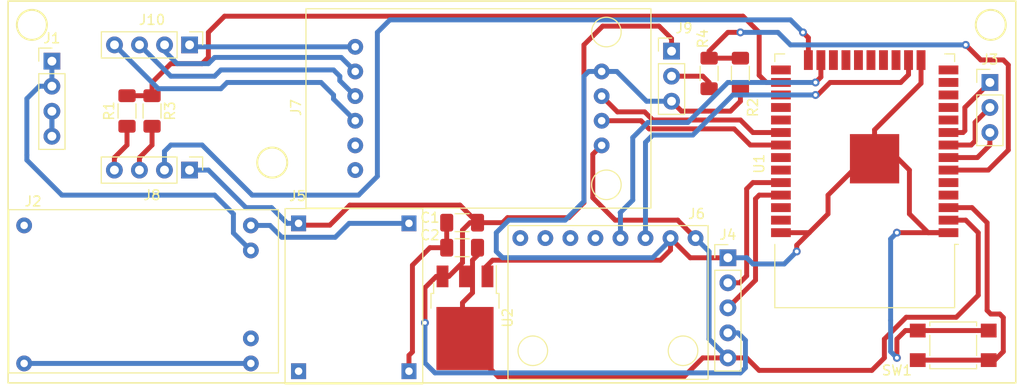
<source format=kicad_pcb>
(kicad_pcb (version 20211014) (generator pcbnew)
  (layers (0 "F.Cu" signal) (31 "B.Cu" signal) (34 "B.Paste" user) (35 "F.Paste" user) (36 "B.SilkS" user "B.Silkscreen") (37 "F.SilkS" user "F.Silkscreen") (38 "B.Mask" user) (39 "F.Mask" user) (44 "Edge.Cuts" user))
  (net 0 "")
  (net 1 "4056OUT-")
  (net 2 "US_ECHO")
  (net 3 "VEL_PULSE")
  (net 4 "Net-(J8-Pad3)")
  (net 5 "Net-(J9-Pad2)")
  (net 6 "3.3Reg")
  (net 9 "Net-(SW1-Pad2)")
  (net 18 "MPU_SCL")
  (net 19 "MPU_SDA")
  (net 21 "US_TRIGGER")
  (net 26 "LC_SCK")
  (net 27 "LC_DT")
  (net 30 "Net-(J3-Pad3)")
  (net 31 "Net-(J4-Pad3)")
  (net 34 "Boost5V")
  (net 35 "LC_E+")
  (net 36 "LC_E-")
  (net 37 "LC_A+")
  (net 38 "LC_A-")
  (net 39 "4056OUT+")
  (net 40 "USB+")
  (net 41 "Battery(+)")
  (net 42 "Net-(J3-Pad1)")
  (net 43 "Net-(J3-Pad2)")
  (net 44 "Net-(J4-Pad2)")
  (net 45 "Battery(-)")
  (footprint "Connector_PinHeader_2.54mm:PinHeader_1x04_P2.54mm_Vertical" (layer "F.Cu") (at 71.12 125.73 -90)
    (fp_text reference "J10" (at -2.54 3.81 180) (layer "F.SilkS"))
    (fp_text value "LOADCELL")
    (fp_line (start -1.33 0) (end -1.33 -1.33) (layer "F.SilkS") (width 0.12))
    (fp_line (start -1.33 1.27) (end 1.33 1.27) (layer "F.SilkS") (width 0.12))
    (fp_line (start -1.33 1.27) (end -1.33 8.95) (layer "F.SilkS") (width 0.12))
    (fp_line (start 1.33 1.27) (end 1.33 8.95) (layer "F.SilkS") (width 0.12))
    (fp_line (start -1.33 -1.33) (end 0 -1.33) (layer "F.SilkS") (width 0.12))
    (fp_line (start -1.33 8.95) (end 1.33 8.95) (layer "F.SilkS") (width 0.12))
    (pad "1" thru_hole rect (at 0 0 270) (size 1.7 1.7) (drill 0.9) (layers *.Cu *.Mask) (net 35 "LC_E+"))
    (pad "2" thru_hole oval (at 0 2.54 270) (size 1.7 1.7) (drill 0.9) (layers *.Cu *.Mask) (net 36 "LC_E-"))
    (pad "3" thru_hole oval (at 0 5.08 270) (size 1.7 1.7) (drill 0.9) (layers *.Cu *.Mask) (net 37 "LC_A+"))
    (pad "4" thru_hole oval (at 0 7.62 270) (size 1.7 1.7) (drill 0.9) (layers *.Cu *.Mask) (net 38 "LC_A-"))
  )
  (footprint "Connector_PinHeader_2.54mm:PinHeader_1x04_P2.54mm_Vertical" (layer "F.Cu") (at 71.11 138.43 -90)
    (fp_text reference "J8" (at 2.54 3.8 180) (layer "F.SilkS"))
    (fp_text value "HC-SR04")
    (fp_line (start -1.33 0) (end -1.33 -1.33) (layer "F.SilkS") (width 0.12))
    (fp_line (start -1.33 -1.33) (end 0 -1.33) (layer "F.SilkS") (width 0.12))
    (fp_line (start 1.33 1.27) (end 1.33 8.95) (layer "F.SilkS") (width 0.12))
    (fp_line (start -1.33 1.27) (end -1.33 8.95) (layer "F.SilkS") (width 0.12))
    (fp_line (start -1.33 1.27) (end 1.33 1.27) (layer "F.SilkS") (width 0.12))
    (fp_line (start -1.33 8.95) (end 1.33 8.95) (layer "F.SilkS") (width 0.12))
    (pad "1" thru_hole rect (at 0 0 270) (size 1.7 1.7) (drill 0.9) (layers *.Cu *.Mask) (net 34 "Boost5V"))
    (pad "2" thru_hole oval (at 0 2.54 270) (size 1.7 1.7) (drill 0.9) (layers *.Cu *.Mask) (net 21 "US_TRIGGER"))
    (pad "3" thru_hole oval (at 0 5.08 270) (size 1.7 1.7) (drill 0.9) (layers *.Cu *.Mask) (net 4 "Net-(J8-Pad3)"))
    (pad "4" thru_hole oval (at 0 7.62 270) (size 1.7 1.7) (drill 0.9) (layers *.Cu *.Mask) (net 1 "4056OUT-"))
  )
  (footprint "Connector_PinHeader_2.54mm:PinHeader_1x05_P2.54mm_Vertical" (layer "F.Cu") (at 125.73 147.325)
    (fp_text reference "J4" (at 0 -2.33) (layer "F.SilkS"))
    (fp_text value "UART2TTL Bridge")
    (fp_line (start 1.33 1.27) (end 1.33 11.49) (layer "F.SilkS") (width 0.12))
    (fp_line (start -1.33 1.27) (end 1.33 1.27) (layer "F.SilkS") (width 0.12))
    (fp_line (start -1.33 -1.33) (end 0 -1.33) (layer "F.SilkS") (width 0.12))
    (fp_line (start -1.33 0) (end -1.33 -1.33) (layer "F.SilkS") (width 0.12))
    (fp_line (start -1.33 11.49) (end 1.33 11.49) (layer "F.SilkS") (width 0.12))
    (fp_line (start -1.33 1.27) (end -1.33 11.49) (layer "F.SilkS") (width 0.12))
    (pad "1" thru_hole rect (at 0 0) (size 1.7 1.7) (drill 0.9) (layers *.Cu *.Mask) (net 1 "4056OUT-"))
    (pad "2" thru_hole oval (at 0 2.54) (size 1.7 1.7) (drill 0.9) (layers *.Cu *.Mask) (net 44 "Net-(J4-Pad2)"))
    (pad "3" thru_hole oval (at 0 5.08) (size 1.7 1.7) (drill 0.9) (layers *.Cu *.Mask) (net 31 "Net-(J4-Pad3)"))
    (pad "4" thru_hole oval (at 0 7.62) (size 1.7 1.7) (drill 0.9) (layers *.Cu *.Mask) (net 34 "Boost5V"))
    (pad "5" thru_hole oval (at 0 10.16) (size 1.7 1.7) (drill 0.9) (layers *.Cu *.Mask) (net 6 "3.3Reg"))
  )
  (footprint "Resistor_SMD:R_1206_3216Metric_Pad1.30x1.75mm_HandSolder" (layer "F.Cu") (at 127 128.625 90)
    (fp_text reference "R2" (at -3.455 1.27 90) (layer "F.SilkS"))
    (fp_text value "1k")
    (fp_line (start -0.727064 0.91) (end 0.727064 0.91) (layer "F.SilkS") (width 0.12))
    (fp_line (start -0.727064 -0.91) (end 0.727064 -0.91) (layer "F.SilkS") (width 0.12))
    (pad "1" smd roundrect (at -1.55 0 90) (size 1.3 1.75) (layers "F.Cu" "F.Paste" "F.Mask") (roundrect_rratio 0.1923076923) (net 1 "4056OUT-"))
    (pad "2" smd roundrect (at 1.55 0 90) (size 1.3 1.75) (layers "F.Cu" "F.Paste" "F.Mask") (roundrect_rratio 0.1923076923) (net 3 "VEL_PULSE"))
  )
  (footprint "Capacitor_SMD:C_1206_3216Metric_Pad1.33x1.80mm_HandSolder" (layer "F.Cu") (at 98.7675 146.304 180)
    (fp_text reference "C2" (at 3.2635 1.27) (layer "F.SilkS"))
    (fp_text value "CP1_Small")
    (fp_line (start -0.711252 0.91) (end 0.711252 0.91) (layer "F.SilkS") (width 0.12))
    (fp_line (start -0.711252 -0.91) (end 0.711252 -0.91) (layer "F.SilkS") (width 0.12))
    (pad "1" smd roundrect (at -1.5625 0 180) (size 1.325 1.8) (layers "F.Cu" "F.Paste" "F.Mask") (roundrect_rratio 0.1886792453) (net 6 "3.3Reg"))
    (pad "2" smd roundrect (at 1.5625 0 180) (size 1.325 1.8) (layers "F.Cu" "F.Paste" "F.Mask") (roundrect_rratio 0.1886792453) (net 1 "4056OUT-"))
  )
  (footprint "Miscelaneos:MPU 6050 Module" (layer "F.Cu") (at 123.72 144.06 -90)
    (fp_text reference "J6" (at -1.185 1.165 unlocked) (layer "F.SilkS"))
    (fp_text value "MPU6050")
    (fp_rect (start 0 0) (end 15.6 20.3) (layer "F.SilkS") (width 0.12) (fill none))
    (fp_circle (center 12.7 17.78) (end 14.2 17.78) (layer "F.SilkS") (width 0.12) (fill none))
    (fp_circle (center 12.7 2.54) (end 14.2 2.54) (layer "F.SilkS") (width 0.12) (fill none))
    (pad "1" thru_hole circle (at 1.27 1.27 270) (size 1.6 1.6) (drill 0.762) (layers *.Cu *.Mask) (net 6 "3.3Reg"))
    (pad "2" thru_hole circle (at 1.27 3.81 270) (size 1.6 1.6) (drill 0.762) (layers *.Cu *.Mask) (net 1 "4056OUT-"))
    (pad "3" thru_hole circle (at 1.27 6.35 270) (size 1.6 1.6) (drill 0.762) (layers *.Cu *.Mask) (net 18 "MPU_SCL"))
    (pad "4" thru_hole circle (at 1.27 8.89 270) (size 1.6 1.6) (drill 0.762) (layers *.Cu *.Mask) (net 19 "MPU_SDA"))
    (pad "5" thru_hole circle (at 1.27 11.43 270) (size 1.6 1.6) (drill 0.762) (layers *.Cu *.Mask))
    (pad "6" thru_hole circle (at 1.27 13.97 270) (size 1.6 1.6) (drill 0.762) (layers *.Cu *.Mask))
    (pad "7" thru_hole circle (at 1.27 16.51 270) (size 1.6 1.6) (drill 0.762) (layers *.Cu *.Mask))
    (pad "8" thru_hole circle (at 1.27 19.05 270) (size 1.6 1.6) (drill 0.762) (layers *.Cu *.Mask))
  )
  (footprint "Resistor_SMD:R_1206_3216Metric_Pad1.30x1.75mm_HandSolder" (layer "F.Cu") (at 123.825 128.625 -90)
    (fp_text reference "R4" (at -3.53 0.635 -90) (layer "F.SilkS"))
    (fp_text value "330")
    (fp_line (start -0.727064 0.91) (end 0.727064 0.91) (layer "F.SilkS") (width 0.12))
    (fp_line (start -0.727064 -0.91) (end 0.727064 -0.91) (layer "F.SilkS") (width 0.12))
    (pad "1" smd roundrect (at -1.55 0 270) (size 1.3 1.75) (layers "F.Cu" "F.Paste" "F.Mask") (roundrect_rratio 0.1923076923) (net 3 "VEL_PULSE"))
    (pad "2" smd roundrect (at 1.55 0 270) (size 1.3 1.75) (layers "F.Cu" "F.Paste" "F.Mask") (roundrect_rratio 0.1923076923) (net 5 "Net-(J9-Pad2)"))
  )
  (footprint "Button_Switch_SMD:SW_SPST_TL3305B" (layer "F.Cu") (at 148.59 156.21)
    (fp_text reference "SW1" (at -5.715 2.54) (layer "F.SilkS"))
    (fp_text value "SW_Enable")
    (fp_line (start 2.37 2.37) (end 2.37 1.97) (layer "F.SilkS") (width 0.12))
    (fp_line (start -2.37 2.37) (end 2.37 2.37) (layer "F.SilkS") (width 0.12))
    (fp_line (start -2.37 -2.37) (end 2.37 -2.37) (layer "F.SilkS") (width 0.12))
    (fp_line (start -2.37 -2.37) (end -2.37 -1.97) (layer "F.SilkS") (width 0.12))
    (fp_line (start -2.37 1.03) (end -2.37 -1.03) (layer "F.SilkS") (width 0.12))
    (fp_line (start 2.37 -2.37) (end 2.37 -1.97) (layer "F.SilkS") (width 0.12))
    (fp_line (start 2.37 1.03) (end 2.37 -1.03) (layer "F.SilkS") (width 0.12))
    (fp_line (start -2.37 2.37) (end -2.37 1.97) (layer "F.SilkS") (width 0.12))
    (pad "1" smd rect (at -3.6 -1.5) (size 1.6 1.4) (layers "F.Cu" "F.Paste" "F.Mask") (net 1 "4056OUT-"))
    (pad "1" smd rect (at 3.6 -1.5) (size 1.6 1.4) (layers "F.Cu" "F.Paste" "F.Mask") (net 1 "4056OUT-"))
    (pad "2" smd rect (at 3.6 1.5) (size 1.6 1.4) (layers "F.Cu" "F.Paste" "F.Mask") (net 9 "Net-(SW1-Pad2)"))
    (pad "2" smd rect (at -3.6 1.5) (size 1.6 1.4) (layers "F.Cu" "F.Paste" "F.Mask") (net 9 "Net-(SW1-Pad2)"))
  )
  (footprint "Connector_PinHeader_2.54mm:PinHeader_1x04_P2.54mm_Vertical" (layer "F.Cu") (at 57.15 127.381)
    (fp_text reference "J1" (at 0 -2.33) (layer "F.SilkS"))
    (fp_text value "Battery Pins")
    (fp_line (start -1.33 1.27) (end 1.33 1.27) (layer "F.SilkS") (width 0.12))
    (fp_line (start -1.33 8.95) (end 1.33 8.95) (layer "F.SilkS") (width 0.12))
    (fp_line (start -1.33 0) (end -1.33 -1.33) (layer "F.SilkS") (width 0.12))
    (fp_line (start -1.33 1.27) (end -1.33 8.95) (layer "F.SilkS") (width 0.12))
    (fp_line (start 1.33 1.27) (end 1.33 8.95) (layer "F.SilkS") (width 0.12))
    (fp_line (start -1.33 -1.33) (end 0 -1.33) (layer "F.SilkS") (width 0.12))
    (pad "1" thru_hole rect (at 0 0) (size 1.7 1.7) (drill 0.9) (layers *.Cu *.Mask) (net 41 "Battery(+)"))
    (pad "2" thru_hole oval (at 0 2.54) (size 1.7 1.7) (drill 0.9) (layers *.Cu *.Mask) (net 41 "Battery(+)"))
    (pad "3" thru_hole oval (at 0 5.08) (size 1.7 1.7) (drill 0.9) (layers *.Cu *.Mask) (net 45 "Battery(-)"))
    (pad "4" thru_hole oval (at 0 7.62) (size 1.7 1.7) (drill 0.9) (layers *.Cu *.Mask) (net 45 "Battery(-)"))
  )
  (footprint "Capacitor_SMD:C_1206_3216Metric_Pad1.33x1.80mm_HandSolder" (layer "F.Cu") (at 98.7675 143.764 180)
    (fp_text reference "C1" (at 3.2635 0.508) (layer "F.SilkS"))
    (fp_text value "CP1_Small")
    (fp_line (start -0.711252 -0.91) (end 0.711252 -0.91) (layer "F.SilkS") (width 0.12))
    (fp_line (start -0.711252 0.91) (end 0.711252 0.91) (layer "F.SilkS") (width 0.12))
    (pad "1" smd roundrect (at -1.5625 0 180) (size 1.325 1.8) (layers "F.Cu" "F.Paste" "F.Mask") (roundrect_rratio 0.1886792453) (net 34 "Boost5V"))
    (pad "2" smd roundrect (at 1.5625 0 180) (size 1.325 1.8) (layers "F.Cu" "F.Paste" "F.Mask") (roundrect_rratio 0.1886792453) (net 1 "4056OUT-"))
  )
  (footprint "RF_Module:ESP32-WROOM-32" (layer "F.Cu") (at 139.610244 136.525 180)
    (fp_text reference "U1" (at 10.705244 -1.27 90) (layer "F.SilkS"))
    (fp_text value "ESP32-WROOM-32")
    (fp_line (start -9.12 9.88) (end -8.12 9.88) (layer "F.SilkS") (width 0.12))
    (fp_line (start -9.12 -9.445) (end -9.5 -9.445) (layer "F.SilkS") (width 0.12))
    (fp_line (start 9.12 9.1) (end 9.12 9.88) (layer "F.SilkS") (width 0.12))
    (fp_line (start 9.12 9.88) (end 8.12 9.88) (layer "F.SilkS") (width 0.12))
    (fp_line (start -9.12 9.1) (end -9.12 9.88) (layer "F.SilkS") (width 0.12))
    (fp_line (start -9.12 -15.865) (end -9.12 -9.445) (layer "F.SilkS") (width 0.12))
    (fp_line (start -9.12 -15.865) (end 9.12 -15.865) (layer "F.SilkS") (width 0.12))
    (fp_line (start 9.12 -15.865) (end 9.12 -9.445) (layer "F.SilkS") (width 0.12))
    (pad "1" smd rect (at -8.5 -8.255 180) (size 2 0.9) (layers "F.Cu" "F.Paste" "F.Mask") (net 1 "4056OUT-"))
    (pad "2" smd rect (at -8.5 -6.985 180) (size 2 0.9) (layers "F.Cu" "F.Paste" "F.Mask") (net 6 "3.3Reg"))
    (pad "3" smd rect (at -8.5 -5.715 180) (size 2 0.9) (layers "F.Cu" "F.Paste" "F.Mask") (net 9 "Net-(SW1-Pad2)"))
    (pad "4" smd rect (at -8.5 -4.445 180) (size 2 0.9) (layers "F.Cu" "F.Paste" "F.Mask"))
    (pad "5" smd rect (at -8.5 -3.175 180) (size 2 0.9) (layers "F.Cu" "F.Paste" "F.Mask"))
    (pad "6" smd rect (at -8.5 -1.905 180) (size 2 0.9) (layers "F.Cu" "F.Paste" "F.Mask") (net 3 "VEL_PULSE"))
    (pad "7" smd rect (at -8.5 -0.635 180) (size 2 0.9) (layers "F.Cu" "F.Paste" "F.Mask") (net 30 "Net-(J3-Pad3)"))
    (pad "8" smd rect (at -8.5 0.635 180) (size 2 0.9) (layers "F.Cu" "F.Paste" "F.Mask") (net 43 "Net-(J3-Pad2)"))
    (pad "9" smd rect (at -8.5 1.905 180) (size 2 0.9) (layers "F.Cu" "F.Paste" "F.Mask") (net 42 "Net-(J3-Pad1)"))
    (pad "10" smd rect (at -8.5 3.175 180) (size 2 0.9) (layers "F.Cu" "F.Paste" "F.Mask"))
    (pad "11" smd rect (at -8.5 4.445 180) (size 2 0.9) (layers "F.Cu" "F.Paste" "F.Mask"))
    (pad "12" smd rect (at -8.5 5.715 180) (size 2 0.9) (layers "F.Cu" "F.Paste" "F.Mask"))
    (pad "13" smd rect (at -8.5 6.985 180) (size 2 0.9) (layers "F.Cu" "F.Paste" "F.Mask"))
    (pad "14" smd rect (at -8.5 8.255 180) (size 2 0.9) (layers "F.Cu" "F.Paste" "F.Mask"))
    (pad "15" smd rect (at -5.715 9.255 270) (size 2 0.9) (layers "F.Cu" "F.Paste" "F.Mask") (net 1 "4056OUT-"))
    (pad "16" smd rect (at -4.445 9.255 270) (size 2 0.9) (layers "F.Cu" "F.Paste" "F.Mask") (net 18 "MPU_SCL"))
    (pad "17" smd rect (at -3.175 9.255 270) (size 2 0.9) (layers "F.Cu" "F.Paste" "F.Mask"))
    (pad "18" smd rect (at -1.905 9.255 270) (size 2 0.9) (layers "F.Cu" "F.Paste" "F.Mask"))
    (pad "19" smd rect (at -0.635 9.255 270) (size 2 0.9) (layers "F.Cu" "F.Paste" "F.Mask"))
    (pad "20" smd rect (at 0.635 9.255 270) (size 2 0.9) (layers "F.Cu" "F.Paste" "F.Mask"))
    (pad "21" smd rect (at 1.905 9.255 270) (size 2 0.9) (layers "F.Cu" "F.Paste" "F.Mask"))
    (pad "22" smd rect (at 3.175 9.255 270) (size 2 0.9) (layers "F.Cu" "F.Paste" "F.Mask"))
    (pad "23" smd rect (at 4.445 9.255 270) (size 2 0.9) (layers "F.Cu" "F.Paste" "F.Mask") (net 19 "MPU_SDA"))
    (pad "24" smd rect (at 5.715 9.255 270) (size 2 0.9) (layers "F.Cu" "F.Paste" "F.Mask") (net 21 "US_TRIGGER"))
    (pad "25" smd rect (at 8.5 8.255 180) (size 2 0.9) (layers "F.Cu" "F.Paste" "F.Mask"))
    (pad "26" smd rect (at 8.5 6.985 180) (size 2 0.9) (layers "F.Cu" "F.Paste" "F.Mask") (net 2 "US_ECHO"))
    (pad "27" smd rect (at 8.5 5.715 180) (size 2 0.9) (layers "F.Cu" "F.Paste" "F.Mask"))
    (pad "28" smd rect (at 8.5 4.445 180) (size 2 0.9) (layers "F.Cu" "F.Paste" "F.Mask"))
    (pad "29" smd rect (at 8.5 3.175 180) (size 2 0.9) (layers "F.Cu" "F.Paste" "F.Mask"))
    (pad "30" smd rect (at 8.5 1.905 180) (size 2 0.9) (layers "F.Cu" "F.Paste" "F.Mask") (net 27 "LC_DT"))
    (pad "31" smd rect (at 8.5 0.635 180) (size 2 0.9) (layers "F.Cu" "F.Paste" "F.Mask") (net 26 "LC_SCK"))
    (pad "32" smd rect (at 8.5 -0.635 180) (size 2 0.9) (layers "F.Cu" "F.Paste" "F.Mask"))
    (pad "33" smd rect (at 8.5 -1.905 180) (size 2 0.9) (layers "F.Cu" "F.Paste" "F.Mask"))
    (pad "34" smd rect (at 8.5 -3.175 180) (size 2 0.9) (layers "F.Cu" "F.Paste" "F.Mask") (net 44 "Net-(J4-Pad2)"))
    (pad "35" smd rect (at 8.5 -4.445 180) (size 2 0.9) (layers "F.Cu" "F.Paste" "F.Mask") (net 31 "Net-(J4-Pad3)"))
    (pad "36" smd rect (at 8.5 -5.715 180) (size 2 0.9) (layers "F.Cu" "F.Paste" "F.Mask"))
    (pad "37" smd rect (at 8.5 -6.985 180) (size 2 0.9) (layers "F.Cu" "F.Paste" "F.Mask"))
    (pad "38" smd rect (at 8.5 -8.255 180) (size 2 0.9) (layers "F.Cu" "F.Paste" "F.Mask") (net 1 "4056OUT-"))
    (pad "39" smd rect (at -1 -0.755 180) (size 5 5) (layers "F.Cu" "F.Paste" "F.Mask") (net 1 "4056OUT-"))
  )
  (footprint "Miscelaneos:HX711 Loadcell ADC" (layer "F.Cu") (at 82.925 121.425)
    (fp_text reference "J7" (at -1.01 10.655 90 unlocked) (layer "F.SilkS"))
    (fp_text value "HX711")
    (fp_rect (start 0 0.635) (end 35 20.865) (layer "F.SilkS") (width 0.12) (fill none))
    (fp_circle (center 30.48 3) (end 31.98 3) (layer "F.SilkS") (width 0.12) (fill none))
    (fp_circle (center 30.48 18.5) (end 31.98 18.5) (layer "F.SilkS") (width 0.12) (fill none))
    (pad "1" thru_hole circle (at 5 4.5) (size 1.6 1.6) (drill oval 0.762) (layers *.Cu *.Mask) (net 35 "LC_E+"))
    (pad "2" thru_hole circle (at 5 7) (size 1.6 1.6) (drill 0.762) (layers *.Cu *.Mask) (net 36 "LC_E-"))
    (pad "3" thru_hole circle (at 5 9.5) (size 1.6 1.6) (drill 0.762) (layers *.Cu *.Mask) (net 37 "LC_A+"))
    (pad "4" thru_hole circle (at 5 12) (size 1.6 1.6) (drill 0.762) (layers *.Cu *.Mask) (net 38 "LC_A-"))
    (pad "5" thru_hole circle (at 30 14.5) (size 1.6 1.6) (drill 0.762) (layers *.Cu *.Mask) (net 6 "3.3Reg"))
    (pad "6" thru_hole circle (at 30 7) (size 1.6 1.6) (drill 0.762) (layers *.Cu *.Mask) (net 1 "4056OUT-"))
    (pad "7" thru_hole circle (at 30 12) (size 1.6 1.6) (drill 0.762) (layers *.Cu *.Mask) (net 26 "LC_SCK"))
    (pad "8" thru_hole circle (at 30 9.5) (size 1.6 1.6) (drill 0.762) (layers *.Cu *.Mask) (net 27 "LC_DT"))
    (pad "x" thru_hole circle (at 5 14.5) (size 1.6 1.6) (drill 0.762) (layers *.Cu *.Mask))
    (pad "x" thru_hole circle (at 5 17) (size 1.6 1.6) (drill 0.762) (layers *.Cu *.Mask))
  )
  (footprint "Miscelaneos:5-12V BoostConverter" (layer "F.Cu") (at 94.774 142.335 -90)
    (fp_text reference "J5" (at -1.27 12.7 unlocked) (layer "F.SilkS"))
    (fp_text value "BoostConverter")
    (fp_rect (start 0 0) (end 17.78 13.97) (layer "F.SilkS") (width 0.12) (fill none))
    (pad "1" thru_hole rect (at 1.4986 1.3984 270) (size 1.6 1.524) (drill 0.762) (layers *.Cu *.Mask) (net 39 "4056OUT+"))
    (pad "2" thru_hole rect (at 16.4986 1.3984 270) (size 1.6 1.524) (drill 0.762) (layers *.Cu *.Mask) (net 1 "4056OUT-"))
    (pad "3" thru_hole rect (at 1.4986 12.5984 270) (size 1.6 1.524) (drill 0.762) (layers *.Cu *.Mask) (net 34 "Boost5V"))
    (pad "4" thru_hole rect (at 16.4986 12.5984 270) (size 1.6 1.524) (drill 0.762) (layers *.Cu *.Mask) (net 1 "4056OUT-"))
  )
  (footprint "Miscelaneos:18650 TP4056 Module" (layer "F.Cu") (at 52.135 137.725)
    (fp_text reference "J2" (at 3.11 3.88 unlocked) (layer "F.SilkS"))
    (fp_text value "TP4056 Module")
    (fp_rect (start 0.635 21.285) (end 28 4.72) (layer "F.SilkS") (width 0.12) (fill none))
    (pad "1" thru_hole circle (at 25.2 8.86) (size 1.6 1.6) (drill 0.762) (layers *.Cu *.Mask) (net 41 "Battery(+)"))
    (pad "2" thru_hole circle (at 25.2 17.78) (size 1.6 1.6) (drill 0.762) (layers *.Cu *.Mask) (net 45 "Battery(-)"))
    (pad "3" thru_hole circle (at 25.2 6.32) (size 1.6 1.6) (drill 0.762) (layers *.Cu *.Mask) (net 39 "4056OUT+"))
    (pad "4" thru_hole circle (at 2.2 6.32) (size 1.6 1.6) (drill 0.762) (layers *.Cu *.Mask) (net 40 "USB+"))
    (pad "5" thru_hole circle (at 25.2 20.32) (size 1.6 1.6) (drill 0.762) (layers *.Cu *.Mask) (net 1 "4056OUT-"))
    (pad "6" thru_hole circle (at 2.2 20.32) (size 1.6 1.6) (drill 0.762) (layers *.Cu *.Mask) (net 1 "4056OUT-"))
  )
  (footprint "Package_TO_SOT_SMD:TO-252-3_TabPin2" (layer "F.Cu") (at 99.059 153.416 -90)
    (fp_text reference "U2" (at 0 -4.319 -90) (layer "F.SilkS"))
    (fp_text value "LM1117-3.3")
    (fp_line (start -2.47 -3.45) (end -2.47 -3.18) (layer "F.SilkS") (width 0.12))
    (fp_line (start -0.97 3.45) (end -2.47 3.45) (layer "F.SilkS") (width 0.12))
    (fp_line (start -0.97 -3.45) (end -2.47 -3.45) (layer "F.SilkS") (width 0.12))
    (fp_line (start -2.47 3.45) (end -2.47 3.18) (layer "F.SilkS") (width 0.12))
    (fp_line (start -2.47 3.18) (end -3.57 3.18) (layer "F.SilkS") (width 0.12))
    (fp_line (start -2.47 -3.18) (end -5.3 -3.18) (layer "F.SilkS") (width 0.12))
    (pad "1" smd rect (at -4.2 -2.28 270) (size 2.2 1.2) (layers "F.Cu" "F.Paste" "F.Mask") (net 1 "4056OUT-"))
    (pad "2" smd rect (at 2.1 0 270) (size 6.4 5.8) (layers "F.Cu" "F.Mask") (net 6 "3.3Reg"))
    (pad "2" smd rect (at -4.2 0 270) (size 2.2 1.2) (layers "F.Cu" "F.Paste" "F.Mask") (net 6 "3.3Reg"))
    (pad "3" smd rect (at -4.2 2.28 270) (size 2.2 1.2) (layers "F.Cu" "F.Paste" "F.Mask") (net 34 "Boost5V"))
  )
  (footprint "Connector_PinHeader_2.54mm:PinHeader_1x03_P2.54mm_Vertical" (layer "F.Cu") (at 152.310244 129.54)
    (fp_text reference "J3" (at 0 -2.33) (layer "F.SilkS"))
    (fp_text value "Reserve IO's")
    (fp_line (start -1.33 0) (end -1.33 -1.33) (layer "F.SilkS") (width 0.12))
    (fp_line (start -1.33 -1.33) (end 0 -1.33) (layer "F.SilkS") (width 0.12))
    (fp_line (start -1.33 1.27) (end 1.33 1.27) (layer "F.SilkS") (width 0.12))
    (fp_line (start 1.33 1.27) (end 1.33 6.41) (layer "F.SilkS") (width 0.12))
    (fp_line (start -1.33 6.41) (end 1.33 6.41) (layer "F.SilkS") (width 0.12))
    (fp_line (start -1.33 1.27) (end -1.33 6.41) (layer "F.SilkS") (width 0.12))
    (pad "1" thru_hole rect (at 0 0) (size 1.7 1.7) (drill 0.9) (layers *.Cu *.Mask) (net 42 "Net-(J3-Pad1)"))
    (pad "2" thru_hole oval (at 0 2.54) (size 1.7 1.7) (drill 0.9) (layers *.Cu *.Mask) (net 43 "Net-(J3-Pad2)"))
    (pad "3" thru_hole oval (at 0 5.08) (size 1.7 1.7) (drill 0.9) (layers *.Cu *.Mask) (net 30 "Net-(J3-Pad3)"))
  )
  (footprint "Resistor_SMD:R_1206_3216Metric_Pad1.30x1.75mm_HandSolder" (layer "F.Cu") (at 64.77 132.435 90)
    (fp_text reference "R1" (at 0 -1.82 90) (layer "F.SilkS"))
    (fp_text value "1k")
    (fp_line (start -0.727064 0.91) (end 0.727064 0.91) (layer "F.SilkS") (width 0.12))
    (fp_line (start -0.727064 -0.91) (end 0.727064 -0.91) (layer "F.SilkS") (width 0.12))
    (pad "1" smd roundrect (at -1.55 0 90) (size 1.3 1.75) (layers "F.Cu" "F.Paste" "F.Mask") (roundrect_rratio 0.1923076923) (net 1 "4056OUT-"))
    (pad "2" smd roundrect (at 1.55 0 90) (size 1.3 1.75) (layers "F.Cu" "F.Paste" "F.Mask") (roundrect_rratio 0.1923076923) (net 2 "US_ECHO"))
  )
  (footprint "Connector_PinHeader_2.54mm:PinHeader_1x03_P2.54mm_Vertical" (layer "F.Cu") (at 120.015 126.365)
    (fp_text reference "J9" (at 1.27 -2.33) (layer "F.SilkS"))
    (fp_text value "FOTOELECTRIC_ENCODER")
    (fp_line (start -1.33 1.27) (end 1.33 1.27) (layer "F.SilkS") (width 0.12))
    (fp_line (start -1.33 0) (end -1.33 -1.33) (layer "F.SilkS") (width 0.12))
    (fp_line (start -1.33 1.27) (end -1.33 6.41) (layer "F.SilkS") (width 0.12))
    (fp_line (start -1.33 -1.33) (end 0 -1.33) (layer "F.SilkS") (width 0.12))
    (fp_line (start -1.33 6.41) (end 1.33 6.41) (layer "F.SilkS") (width 0.12))
    (fp_line (start 1.33 1.27) (end 1.33 6.41) (layer "F.SilkS") (width 0.12))
    (pad "1" thru_hole rect (at 0 0) (size 1.7 1.7) (drill 0.9) (layers *.Cu *.Mask) (net 34 "Boost5V"))
    (pad "2" thru_hole oval (at 0 2.54) (size 1.7 1.7) (drill 0.9) (layers *.Cu *.Mask) (net 5 "Net-(J9-Pad2)"))
    (pad "3" thru_hole oval (at 0 5.08) (size 1.7 1.7) (drill 0.9) (layers *.Cu *.Mask) (net 1 "4056OUT-"))
  )
  (footprint "Resistor_SMD:R_1206_3216Metric_Pad1.30x1.75mm_HandSolder" (layer "F.Cu") (at 67.31 132.435 -90)
    (fp_text reference "R3" (at 0 -1.82 -90) (layer "F.SilkS"))
    (fp_text value "330")
    (fp_line (start -0.727064 0.91) (end 0.727064 0.91) (layer "F.SilkS") (width 0.12))
    (fp_line (start -0.727064 -0.91) (end 0.727064 -0.91) (layer "F.SilkS") (width 0.12))
    (pad "1" smd roundrect (at -1.55 0 270) (size 1.3 1.75) (layers "F.Cu" "F.Paste" "F.Mask") (roundrect_rratio 0.1923076923) (net 2 "US_ECHO"))
    (pad "2" smd roundrect (at 1.55 0 270) (size 1.3 1.75) (layers "F.Cu" "F.Paste" "F.Mask") (roundrect_rratio 0.1923076923) (net 4 "Net-(J8-Pad3)"))
  )
  (gr_rect (start 52.705 160.02) (end 154.94 121.285) (layer "F.SilkS") (width 0.15) (fill none))
  (gr_circle (center 55.118 123.698) (end 56.642 123.698) (layer "F.SilkS") (width 0.2) (fill none))
  (gr_circle (center 152.4 123.698) (end 153.924 123.698) (layer "F.SilkS") (width 0.2) (fill none))
  (gr_circle (center 79.502 137.668) (end 81.026 137.668) (layer "F.SilkS") (width 0.2) (fill none))
  (segment (start 120.015 131.445) (end 121.02048 132.45048) (width 0.5) (layer "F.Cu") (net 1))
  (segment (start 148.110244 144.78) (end 146.05 144.78) (width 0.5) (layer "F.Cu") (net 1))
  (segment (start 145.325244 127.27) (end 145.325244 129.629756) (width 0.5) (layer "F.Cu") (net 1))
  (segment (start 135.89 140.97) (end 139.58 137.28) (width 0.5) (layer "F.Cu") (net 1))
  (segment (start 144.145 138.43) (end 142.995 137.28) (width 0.5) (layer "F.Cu") (net 1))
  (segment (start 121.02048 132.45048) (end 125.99452 132.45048) (width 0.5) (layer "F.Cu") (net 1))
  (segment (start 133.985 144.78) (end 132.715 146.05) (width 0.5) (layer "F.Cu") (net 1))
  (segment (start 101.854 147.574) (end 118.872 147.574) (width 0.5) (layer "F.Cu") (net 1))
  (segment (start 144.145 142.875) (end 144.145 138.43) (width 0.5) (layer "F.Cu") (net 1))
  (segment (start 101.086 148.342) (end 101.854 147.574) (width 0.5) (layer "F.Cu") (net 1))
  (segment (start 63.49 137.17) (end 64.77 135.89) (width 0.5) (layer "F.Cu") (net 1))
  (segment (start 146.05 144.78) (end 144.145 142.875) (width 0.5) (layer "F.Cu") (net 1))
  (segment (start 93.726 148.082) (end 93.726 156.8756) (width 0.5) (layer "F.Cu") (net 1))
  (segment (start 143.742114 154.71) (end 142.876057 155.576057) (width 0.5) (layer "F.Cu") (net 1))
  (segment (start 63.49 138.43) (end 63.49 137.17) (width 0.5) (layer "F.Cu") (net 1))
  (segment (start 119.91 146.536) (end 119.91 145.33) (width 0.5) (layer "F.Cu") (net 1))
  (segment (start 125.99452 132.45048) (end 127 131.445) (width 0.5) (layer "F.Cu") (net 1))
  (segment (start 101.086 149.807) (end 101.086 148.342) (width 0.5) (layer "F.Cu") (net 1))
  (segment (start 97.205 143.764) (end 97.205 146.304) (width 0.5) (layer "F.Cu") (net 1))
  (segment (start 144.99 154.71) (end 152.19 154.71) (width 0.5) (layer "F.Cu") (net 1))
  (segment (start 133.985 144.78) (end 135.89 142.875) (width 0.5) (layer "F.Cu") (net 1))
  (segment (start 95.504 146.304) (end 93.726 148.082) (width 0.5) (layer "F.Cu") (net 1))
  (segment (start 118.872 147.574) (end 119.91 146.536) (width 0.5) (layer "F.Cu") (net 1))
  (segment (start 93.3756 157.226) (end 93.3756 158.8336) (width 0.5) (layer "F.Cu") (net 1))
  (segment (start 131.110244 144.78) (end 133.985 144.78) (width 0.5) (layer "F.Cu") (net 1))
  (segment (start 64.77 135.89) (end 64.77 133.985) (width 0.5) (layer "F.Cu") (net 1))
  (segment (start 121.905 147.325) (end 119.91 145.33) (width 0.5) (layer "F.Cu") (net 1))
  (segment (start 142.875 144.78) (end 148.110244 144.78) (width 0.5) (layer "F.Cu") (net 1))
  (segment (start 145.325244 129.629756) (end 140.610244 134.344756) (width 0.5) (layer "F.Cu") (net 1))
  (segment (start 93.726 156.8756) (end 93.3756 157.226) (width 0.5) (layer "F.Cu") (net 1))
  (segment (start 142.876057 155.576057) (end 142.876057 157.481056) (width 0.5) (layer "F.Cu") (net 1))
  (segment (start 142.995 137.28) (end 140.610244 137.28) (width 0.5) (layer "F.Cu") (net 1))
  (segment (start 140.610244 134.344756) (end 140.610244 137.28) (width 0.5) (layer "F.Cu") (net 1))
  (segment (start 135.89 142.875) (end 135.89 140.97) (width 0.5) (layer "F.Cu") (net 1))
  (segment (start 125.73 147.325) (end 121.905 147.325) (width 0.5) (layer "F.Cu") (net 1))
  (segment (start 132.715 146.05) (end 132.715 146.685) (width 0.5) (layer "F.Cu") (net 1))
  (segment (start 139.58 137.28) (end 140.610244 137.28) (width 0.5) (layer "F.Cu") (net 1))
  (segment (start 144.99 154.71) (end 143.742114 154.71) (width 0.5) (layer "F.Cu") (net 1))
  (segment (start 127 131.445) (end 127 130.175) (width 0.5) (layer "F.Cu") (net 1))
  (segment (start 97.205 146.304) (end 95.504 146.304) (width 0.5) (layer "F.Cu") (net 1))
  (via (at 132.715 146.685) (size 0.8) (drill 0.4) (layers "F.Cu" "B.Cu") (net 1))
  (via (at 142.875 144.78) (size 0.8) (drill 0.4) (layers "F.Cu" "B.Cu") (net 1))
  (via (at 142.876057 157.481056) (size 0.8) (drill 0.4) (layers "F.Cu" "B.Cu") (net 1))
  (segment (start 131.445 147.955) (end 128.27 147.955) (width 0.5) (layer "B.Cu") (net 1))
  (segment (start 93.1202 158.835) (end 93.1216 158.8336) (width 0.5) (layer "B.Cu") (net 1))
  (segment (start 103.505 143.51) (end 102.235 144.78) (width 0.5) (layer "B.Cu") (net 1))
  (segment (start 109.22 143.51) (end 103.505 143.51) (width 0.5) (layer "B.Cu") (net 1))
  (segment (start 114.455 128.425) (end 117.475 131.445) (width 0.5) (layer "B.Cu") (net 1))
  (segment (start 112.925 128.425) (end 111.605 128.425) (width 0.5) (layer "B.Cu") (net 1))
  (segment (start 128.27 147.955) (end 127.635 147.32) (width 0.5) (layer "B.Cu") (net 1))
  (segment (start 111.125 128.905) (end 111.125 141.605) (width 0.5) (layer "B.Cu") (net 1))
  (segment (start 142.24 156.844999) (end 142.24 153.67) (width 0.5) (layer "B.Cu") (net 1))
  (segment (start 112.925 128.425) (end 114.455 128.425) (width 0.5) (layer "B.Cu") (net 1))
  (segment (start 102.235 144.78) (end 102.235 146.685) (width 0.5) (layer "B.Cu") (net 1))
  (segment (start 142.24 145.415) (end 142.875 144.78) (width 0.5) (layer "B.Cu") (net 1))
  (segment (start 127.635 147.32) (end 127.63 147.325) (width 0.5) (layer "B.Cu") (net 1))
  (segment (start 119.91 145.52) (end 119.91 145.33) (width 0.5) (layer "B.Cu") (net 1))
  (segment (start 142.876057 157.481056) (end 142.24 156.844999) (width 0.5) (layer "B.Cu") (net 1))
  (segment (start 102.235 146.685) (end 102.87 147.32) (width 0.5) (layer "B.Cu") (net 1))
  (segment (start 54.335 158.045) (end 77.335 158.045) (width 0.5) (layer "B.Cu") (net 1))
  (segment (start 118.11 147.32) (end 119.91 145.52) (width 0.5) (layer "B.Cu") (net 1))
  (segment (start 127.63 147.325) (end 125.73 147.325) (width 0.5) (layer "B.Cu") (net 1))
  (segment (start 117.475 131.445) (end 120.015 131.445) (width 0.5) (layer "B.Cu") (net 1))
  (segment (start 111.125 141.605) (end 109.22 143.51) (width 0.5) (layer "B.Cu") (net 1))
  (segment (start 111.605 128.425) (end 111.125 128.905) (width 0.5) (layer "B.Cu") (net 1))
  (segment (start 132.715 146.685) (end 131.445 147.955) (width 0.5) (layer "B.Cu") (net 1))
  (segment (start 142.24 153.67) (end 142.24 145.415) (width 0.5) (layer "B.Cu") (net 1))
  (segment (start 102.87 147.32) (end 118.11 147.32) (width 0.5) (layer "B.Cu") (net 1))
  (segment (start 69.215 127.635) (end 72.39 127.635) (width 0.5) (layer "F.Cu") (net 2))
  (segment (start 74.66548 122.81952) (end 127.26452 122.81952) (width 0.5) (layer "F.Cu") (net 2))
  (segment (start 73.025 127) (end 73.025 124.46) (width 0.5) (layer "F.Cu") (net 2))
  (segment (start 73.025 124.46) (end 74.66548 122.81952) (width 0.5) (layer "F.Cu") (net 2))
  (segment (start 128.905 128.813778) (end 129.631222 129.54) (width 0.5) (layer "F.Cu") (net 2))
  (segment (start 67.31 129.54) (end 69.215 127.635) (width 0.5) (layer "F.Cu") (net 2))
  (segment (start 129.631222 129.54) (end 131.110244 129.54) (width 0.5) (layer "F.Cu") (net 2))
  (segment (start 64.77 130.885) (end 67.31 130.885) (width 0.5) (layer "F.Cu") (net 2))
  (segment (start 128.905 124.46) (end 128.905 128.813778) (width 0.5) (layer "F.Cu") (net 2))
  (segment (start 67.31 130.885) (end 67.31 129.54) (width 0.5) (layer "F.Cu") (net 2))
  (segment (start 127.26452 122.81952) (end 128.905 124.46) (width 0.5) (layer "F.Cu") (net 2))
  (segment (start 72.39 127.635) (end 73.025 127) (width 0.5) (layer "F.Cu") (net 2))
  (segment (start 154.178 127.762) (end 154.178 136.398) (width 0.5) (layer "F.Cu") (net 3))
  (segment (start 153.67 127.254) (end 154.178 127.762) (width 0.5) (layer "F.Cu") (net 3))
  (segment (start 127 124.46) (end 125.73 124.46) (width 0.5) (layer "F.Cu") (net 3))
  (segment (start 154.178 136.398) (end 152.146 138.43) (width 0.5) (layer "F.Cu") (net 3))
  (segment (start 152.146 138.43) (end 148.110244 138.43) (width 0.5) (layer "F.Cu") (net 3))
  (segment (start 149.86 125.73) (end 151.384 127.254) (width 0.5) (layer "F.Cu") (net 3))
  (segment (start 123.825 126.365) (end 123.825 127.075) (width 0.5) (layer "F.Cu") (net 3))
  (segment (start 151.384 127.254) (end 153.67 127.254) (width 0.5) (layer "F.Cu") (net 3))
  (segment (start 123.825 127.075) (end 127 127.075) (width 0.5) (layer "F.Cu") (net 3))
  (segment (start 125.73 124.46) (end 123.825 126.365) (width 0.5) (layer "F.Cu") (net 3))
  (via (at 127 124.46) (size 0.8) (drill 0.4) (layers "F.Cu" "B.Cu") (net 3))
  (via (at 149.86 125.73) (size 0.8) (drill 0.4) (layers "F.Cu" "B.Cu") (net 3))
  (segment (start 133.35 125.73) (end 132.08 125.73) (width 0.5) (layer "B.Cu") (net 3))
  (segment (start 132.08 125.73) (end 130.81 124.46) (width 0.5) (layer "B.Cu") (net 3))
  (segment (start 149.86 125.73) (end 133.35 125.73) (width 0.5) (layer "B.Cu") (net 3))
  (segment (start 130.81 124.46) (end 127 124.46) (width 0.5) (layer "B.Cu") (net 3))
  (segment (start 66.03 138.43) (end 66.03 137.17) (width 0.5) (layer "F.Cu") (net 4))
  (segment (start 67.31 135.89) (end 67.31 133.985) (width 0.5) (layer "F.Cu") (net 4))
  (segment (start 66.03 137.17) (end 67.31 135.89) (width 0.5) (layer "F.Cu") (net 4))
  (segment (start 123.825 129.54) (end 123.19 128.905) (width 0.5) (layer "F.Cu") (net 5))
  (segment (start 123.19 128.905) (end 120.015 128.905) (width 0.5) (layer "F.Cu") (net 5))
  (segment (start 123.825 130.175) (end 123.825 129.54) (width 0.5) (layer "F.Cu") (net 5))
  (segment (start 148.110244 143.51) (end 149.86 143.51) (width 0.5) (layer "F.Cu") (net 6))
  (segment (start 112.02452 136.82548) (end 112.02452 141.23452) (width 0.5) (layer "F.Cu") (net 6))
  (segment (start 151.13 151.13) (end 148.899511 153.360489) (width 0.5) (layer "F.Cu") (net 6))
  (segment (start 98.806 155.516) (end 99.70552 154.61648) (width 0.5) (layer "F.Cu") (net 6))
  (segment (start 102.421 159.385) (end 98.806 155.77) (width 0.5) (layer "F.Cu") (net 6))
  (segment (start 140.335 158.75) (end 128.895 158.75) (width 0.5) (layer "F.Cu") (net 6))
  (segment (start 123.19 157.48) (end 121.285 159.385) (width 0.5) (layer "F.Cu") (net 6))
  (segment (start 141.605 157.48) (end 140.335 158.75) (width 0.5) (layer "F.Cu") (net 6))
  (segment (start 99.822 147.574) (end 99.822 150.876) (width 0.5) (layer "F.Cu") (net 6))
  (segment (start 121.285 159.385) (end 102.421 159.385) (width 0.5) (layer "F.Cu") (net 6))
  (segment (start 100.33 146.304) (end 100.33 147.066) (width 0.5) (layer "F.Cu") (net 6))
  (segment (start 120.65 143.53) (end 122.45 145.33) (width 0.5) (layer "F.Cu") (net 6))
  (segment (start 141.605 155.575) (end 141.605 157.48) (width 0.5) (layer "F.Cu") (net 6))
  (segment (start 123.195 157.485) (end 123.19 157.48) (width 0.5) (layer "F.Cu") (net 6))
  (segment (start 99.822 150.876) (end 98.806 151.892) (width 0.5) (layer "F.Cu") (net 6))
  (segment (start 127.63 157.485) (end 125.73 157.485) (width 0.5) (layer "F.Cu") (net 6))
  (segment (start 98.806 151.892) (end 98.806 155.516) (width 0.5) (layer "F.Cu") (net 6))
  (segment (start 100.33 147.066) (end 99.822 147.574) (width 0.5) (layer "F.Cu") (net 6))
  (segment (start 151.13 144.78) (end 151.13 151.13) (width 0.5) (layer "F.Cu") (net 6))
  (segment (start 125.73 157.485) (end 123.195 157.485) (width 0.5) (layer "F.Cu") (net 6))
  (segment (start 128.895 158.75) (end 127.63 157.485) (width 0.5) (layer "F.Cu") (net 6))
  (segment (start 149.86 143.51) (end 151.13 144.78) (width 0.5) (layer "F.Cu") (net 6))
  (segment (start 120.65 143.51) (end 120.65 143.53) (width 0.5) (layer "F.Cu") (net 6))
  (segment (start 112.925 135.925) (end 112.02452 136.82548) (width 0.5) (layer "F.Cu") (net 6))
  (segment (start 143.819511 153.360489) (end 141.605 155.575) (width 0.5) (layer "F.Cu") (net 6))
  (segment (start 148.899511 153.360489) (end 143.819511 153.360489) (width 0.5) (layer "F.Cu") (net 6))
  (segment (start 114.3 143.51) (end 120.65 143.51) (width 0.5) (layer "F.Cu") (net 6))
  (segment (start 112.02452 141.23452) (end 114.3 143.51) (width 0.5) (layer "F.Cu") (net 6))
  (segment (start 123.825 155.58) (end 125.73 157.485) (width 0.5) (layer "B.Cu") (net 6))
  (segment (start 123.825 146.705) (end 123.825 155.58) (width 0.5) (layer "B.Cu") (net 6))
  (segment (start 122.45 145.33) (end 123.825 146.705) (width 0.5) (layer "B.Cu") (net 6))
  (segment (start 153.67 156.845) (end 153.67 153.390978) (width 0.5) (layer "F.Cu") (net 9))
  (segment (start 152.4 153.035) (end 152.02952 152.66452) (width 0.5) (layer "F.Cu") (net 9))
  (segment (start 144.99 157.71) (end 152.19 157.71) (width 0.5) (layer "F.Cu") (net 9))
  (segment (start 152.02952 143.772406) (end 150.497113 142.24) (width 0.5) (layer "F.Cu") (net 9))
  (segment (start 150.497113 142.24) (end 148.110244 142.24) (width 0.5) (layer "F.Cu") (net 9))
  (segment (start 152.805 157.71) (end 153.67 156.845) (width 0.5) (layer "F.Cu") (net 9))
  (segment (start 153.314022 153.035) (end 152.4 153.035) (width 0.5) (layer "F.Cu") (net 9))
  (segment (start 152.02952 152.66452) (end 152.02952 143.772406) (width 0.5) (layer "F.Cu") (net 9))
  (segment (start 152.19 157.71) (end 152.805 157.71) (width 0.5) (layer "F.Cu") (net 9))
  (segment (start 153.67 153.390978) (end 153.314022 153.035) (width 0.5) (layer "F.Cu") (net 9))
  (segment (start 144.055244 127.27) (end 144.055244 128.749022) (width 0.5) (layer "F.Cu") (net 18))
  (segment (start 136.104234 129.54) (end 134.834234 130.81) (width 0.5) (layer "F.Cu") (net 18))
  (segment (start 134.834234 130.81) (end 134.62 130.81) (width 0.5) (layer "F.Cu") (net 18))
  (segment (start 144.055244 128.749022) (end 143.264266 129.54) (width 0.5) (layer "F.Cu") (net 18))
  (segment (start 143.264266 129.54) (end 136.104234 129.54) (width 0.5) (layer "F.Cu") (net 18))
  (via (at 134.62 130.81) (size 0.8) (drill 0.4) (layers "F.Cu" "B.Cu") (net 18))
  (segment (start 134.62 130.81) (end 126.238 130.81) (width 0.5) (layer "B.Cu") (net 18))
  (segment (start 126.238 130.81) (end 122.174 134.874) (width 0.5) (layer "B.Cu") (net 18))
  (segment (start 122.174 134.874) (end 118.11 134.874) (width 0.5) (layer "B.Cu") (net 18))
  (segment (start 117.37 135.614) (end 117.37 145.33) (width 0.5) (layer "B.Cu") (net 18))
  (segment (start 118.11 134.874) (end 117.37 135.614) (width 0.5) (layer "B.Cu") (net 18))
  (segment (start 134.62 129.54) (end 135.165244 128.994756) (width 0.5) (layer "F.Cu") (net 19))
  (segment (start 135.165244 128.994756) (end 135.165244 127.27) (width 0.5) (layer "F.Cu") (net 19))
  (via (at 134.62 129.54) (size 0.8) (drill 0.4) (layers "F.Cu" "B.Cu") (net 19))
  (segment (start 117.602 133.604) (end 116.078 135.128) (width 0.5) (layer "B.Cu") (net 19))
  (segment (start 125.73 129.54) (end 121.666 133.604) (width 0.5) (layer "B.Cu") (net 19))
  (segment (start 134.62 129.54) (end 125.73 129.54) (width 0.5) (layer "B.Cu") (net 19))
  (segment (start 116.078 135.128) (end 116.078 141.478) (width 0.5) (layer "B.Cu") (net 19))
  (segment (start 116.078 141.478) (end 114.808 142.748) (width 0.5) (layer "B.Cu") (net 19))
  (segment (start 121.666 133.604) (end 117.602 133.604) (width 0.5) (layer "B.Cu") (net 19))
  (segment (start 114.83 142.77) (end 114.83 145.33) (width 0.5) (layer "B.Cu") (net 19))
  (segment (start 114.808 142.748) (end 114.83 142.77) (width 0.5) (layer "B.Cu") (net 19))
  (segment (start 133.895244 127.27) (end 133.895244 125.005244) (width 0.5) (layer "F.Cu") (net 21))
  (segment (start 133.795733 127.170489) (end 133.795733 126.900489) (width 0.5) (layer "F.Cu") (net 21))
  (segment (start 133.895244 127.27) (end 133.795733 127.170489) (width 0.5) (layer "F.Cu") (net 21))
  (segment (start 133.895244 125.005244) (end 133.35 124.46) (width 0.5) (layer "F.Cu") (net 21))
  (via (at 133.35 124.46) (size 0.8) (drill 0.4) (layers "F.Cu" "B.Cu") (net 21))
  (segment (start 69.215 135.89) (end 72.39 135.89) (width 0.5) (layer "B.Cu") (net 21))
  (segment (start 77.47 140.97) (end 88.265 140.97) (width 0.5) (layer "B.Cu") (net 21))
  (segment (start 88.265 140.97) (end 90.17 139.065) (width 0.5) (layer "B.Cu") (net 21))
  (segment (start 72.39 135.89) (end 77.47 140.97) (width 0.5) (layer "B.Cu") (net 21))
  (segment (start 68.57 136.535) (end 69.215 135.89) (width 0.5) (layer "B.Cu") (net 21))
  (segment (start 68.57 138.43) (end 68.57 136.535) (width 0.5) (layer "B.Cu") (net 21))
  (segment (start 90.17 124.46) (end 91.44 123.19) (width 0.5) (layer "B.Cu") (net 21))
  (segment (start 132.08 123.19) (end 133.35 124.46) (width 0.5) (layer "B.Cu") (net 21))
  (segment (start 90.17 139.065) (end 90.17 124.46) (width 0.5) (layer "B.Cu") (net 21))
  (segment (start 91.44 123.19) (end 132.08 123.19) (width 0.5) (layer "B.Cu") (net 21))
  (segment (start 128.00548 135.89) (end 131.110244 135.89) (width 0.5) (layer "F.Cu") (net 26))
  (segment (start 126.365 134.24952) (end 128.00548 135.89) (width 0.5) (layer "F.Cu") (net 26))
  (segment (start 112.925 133.425) (end 116.912886 133.425) (width 0.5) (layer "F.Cu") (net 26))
  (segment (start 116.912886 133.425) (end 117.737407 134.24952) (width 0.5) (layer "F.Cu") (net 26))
  (segment (start 117.737407 134.24952) (end 126.365 134.24952) (width 0.5) (layer "F.Cu") (net 26))
  (segment (start 114.52548 132.52548) (end 117.28548 132.52548) (width 0.5) (layer "F.Cu") (net 27))
  (segment (start 112.925 130.925) (end 114.52548 132.52548) (width 0.5) (layer "F.Cu") (net 27))
  (segment (start 127 133.35) (end 128.27 134.62) (width 0.5) (layer "F.Cu") (net 27))
  (segment (start 128.27 134.62) (end 131.110244 134.62) (width 0.5) (layer "F.Cu") (net 27))
  (segment (start 118.11 133.35) (end 127 133.35) (width 0.5) (layer "F.Cu") (net 27))
  (segment (start 117.28548 132.52548) (end 118.11 133.35) (width 0.5) (layer "F.Cu") (net 27))
  (segment (start 152.310244 135.89) (end 151.040244 137.16) (width 0.5) (layer "F.Cu") (net 30))
  (segment (start 151.040244 137.16) (end 148.110244 137.16) (width 0.5) (layer "F.Cu") (net 30))
  (segment (start 152.310244 134.62) (end 152.310244 135.89) (width 0.5) (layer "F.Cu") (net 30))
  (segment (start 128.53452 149.60048) (end 128.53452 141.34048) (width 0.5) (layer "F.Cu") (net 31))
  (segment (start 128.905 140.97) (end 131.110244 140.97) (width 0.5) (layer "F.Cu") (net 31))
  (segment (start 128.53452 141.34048) (end 128.905 140.97) (width 0.5) (layer "F.Cu") (net 31))
  (segment (start 125.73 152.405) (end 128.53452 149.60048) (width 0.5) (layer "F.Cu") (net 31))
  (segment (start 99.568 143.764) (end 100.33 143.764) (width 0.5) (layer "F.Cu") (net 34))
  (segment (start 111.125 125.73) (end 113.03 123.825) (width 0.5) (layer "F.Cu") (net 34))
  (segment (start 111.125 141.732) (end 111.125 125.73) (width 0.5) (layer "F.Cu") (net 34))
  (segment (start 103.378 143.256) (end 109.601 143.256) (width 0.5) (layer "F.Cu") (net 34))
  (segment (start 118.745 123.825) (end 120.015 125.095) (width 0.5) (layer "F.Cu") (net 34))
  (segment (start 87.376 141.986) (end 98.552 141.986) (width 0.5) (layer "F.Cu") (net 34))
  (segment (start 96.779 149.216) (end 97.418 149.216) (width 0.5) (layer "F.Cu") (net 34))
  (segment (start 94.996 150.368) (end 96.148 149.216) (width 0.5) (layer "F.Cu") (net 34))
  (segment (start 98.552 141.986) (end 100.33 143.764) (width 0.5) (layer "F.Cu") (net 34))
  (segment (start 120.015 125.095) (end 120.015 126.365) (width 0.5) (layer "F.Cu") (net 34))
  (segment (start 100.33 143.764) (end 100.33 144.272) (width 0.5) (layer "F.Cu") (net 34))
  (segment (start 85.344 144.018) (end 87.376 141.986) (width 0.5) (layer "F.Cu") (net 34))
  (segment (start 94.996 153.924) (end 94.996 150.368) (width 0.5) (layer "F.Cu") (net 34))
  (segment (start 100.33 143.764) (end 102.87 143.764) (width 0.5) (layer "F.Cu") (net 34))
  (segment (start 82.106 144.018) (end 85.344 144.018) (width 0.5) (layer "F.Cu") (net 34))
  (segment (start 97.418 149.216) (end 98.806 147.828) (width 0.5) (layer "F.Cu") (net 34))
  (segment (start 98.806 147.828) (end 98.806 144.526) (width 0.5) (layer "F.Cu") (net 34))
  (segment (start 98.806 144.526) (end 99.568 143.764) (width 0.5) (layer "F.Cu") (net 34))
  (segment (start 109.601 143.256) (end 111.125 141.732) (width 0.5) (layer "F.Cu") (net 34))
  (segment (start 81.9216 143.8336) (end 82.106 144.018) (width 0.5) (layer "F.Cu") (net 34))
  (segment (start 113.03 123.825) (end 118.745 123.825) (width 0.5) (layer "F.Cu") (net 34))
  (segment (start 102.87 143.764) (end 103.378 143.256) (width 0.5) (layer "F.Cu") (net 34))
  (segment (start 96.148 149.216) (end 96.526 149.216) (width 0.5) (layer "F.Cu") (net 34))
  (via (at 94.996 153.924) (size 0.8) (drill 0.4) (layers "F.Cu" "B.Cu") (net 34))
  (segment (start 76.835 142.24) (end 79.4324 142.24) (width 0.5) (layer "B.Cu") (net 34))
  (segment (start 81.026 143.8336) (end 81.9216 143.8336) (width 0.5) (layer "B.Cu") (net 34))
  (segment (start 71.11 138.43) (end 73.025 138.43) (width 0.5) (layer "B.Cu") (net 34))
  (segment (start 79.4324 142.24) (end 81.026 143.8336) (width 0.5) (layer "B.Cu") (net 34))
  (segment (start 73.025 138.43) (end 76.835 142.24) (width 0.5) (layer "B.Cu") (net 34))
  (segment (start 127 159.004) (end 96.012 159.004) (width 0.5) (layer "B.Cu") (net 34))
  (segment (start 125.73 154.945) (end 126.751 154.945) (width 0.5) (layer "B.Cu") (net 34))
  (segment (start 94.996 157.988) (end 94.996 153.924) (width 0.5) (layer "B.Cu") (net 34))
  (segment (start 96.012 159.004) (end 94.996 157.988) (width 0.5) (layer "B.Cu") (net 34))
  (segment (start 127.508 158.496) (end 127 159.004) (width 0.5) (layer "B.Cu") (net 34))
  (segment (start 127.508 155.702) (end 127.508 158.496) (width 0.5) (layer "B.Cu") (net 34))
  (segment (start 126.751 154.945) (end 127.508 155.702) (width 0.5) (layer "B.Cu") (net 34))
  (segment (start 71.315 125.925) (end 71.12 125.73) (width 0.5) (layer "B.Cu") (net 35))
  (segment (start 87.925 125.925) (end 71.315 125.925) (width 0.5) (layer "B.Cu") (net 35))
  (segment (start 69.85 127.635) (end 68.58 126.365) (width 0.5) (layer "B.Cu") (net 36))
  (segment (start 86.5 127) (end 73.66 127) (width 0.5) (layer "B.Cu") (net 36))
  (segment (start 73.66 127) (end 73.025 127.635) (width 0.5) (layer "B.Cu") (net 36))
  (segment (start 87.925 128.425) (end 86.5 127) (width 0.5) (layer "B.Cu") (net 36))
  (segment (start 73.025 127.635) (end 69.85 127.635) (width 0.5) (layer "B.Cu") (net 36))
  (segment (start 68.58 126.365) (end 68.58 125.73) (width 0.5) (layer "B.Cu") (net 36))
  (segment (start 69.215 128.905) (end 66.04 125.73) (width 0.5) (layer "B.Cu") (net 37))
  (segment (start 86.36 128.905) (end 85.725 128.27) (width 0.5) (layer "B.Cu") (net 37))
  (segment (start 73.66 128.905) (end 69.215 128.905) (width 0.5) (layer "B.Cu") (net 37))
  (segment (start 74.295 128.27) (end 73.66 128.905) (width 0.5) (layer "B.Cu") (net 37))
  (segment (start 86.36 129.36) (end 86.36 128.905) (width 0.5) (layer "B.Cu") (net 37))
  (segment (start 87.925 130.925) (end 86.36 129.36) (width 0.5) (layer "B.Cu") (net 37))
  (segment (start 85.725 128.27) (end 74.295 128.27) (width 0.5) (layer "B.Cu") (net 37))
  (segment (start 84.455 129.54) (end 74.93 129.54) (width 0.5) (layer "B.Cu") (net 38))
  (segment (start 67.945 130.175) (end 63.5 125.73) (width 0.5) (layer "B.Cu") (net 38))
  (segment (start 87.925 133.425) (end 85.725 131.225) (width 0.5) (layer "B.Cu") (net 38))
  (segment (start 74.93 129.54) (end 74.295 130.175) (width 0.5) (layer "B.Cu") (net 38))
  (segment (start 85.725 131.225) (end 85.725 130.81) (width 0.5) (layer "B.Cu") (net 38))
  (segment (start 85.725 130.81) (end 84.455 129.54) (width 0.5) (layer "B.Cu") (net 38))
  (segment (start 74.295 130.175) (end 67.945 130.175) (width 0.5) (layer "B.Cu") (net 38))
  (segment (start 85.893489 145.246511) (end 87.305 143.835) (width 0.5) (layer "B.Cu") (net 39))
  (segment (start 80.476511 145.246511) (end 85.893489 145.246511) (width 0.5) (layer "B.Cu") (net 39))
  (segment (start 79.275 144.045) (end 80.476511 145.246511) (width 0.5) (layer "B.Cu") (net 39))
  (segment (start 87.305 143.835) (end 93.1202 143.835) (width 0.5) (layer "B.Cu") (net 39))
  (segment (start 93.1202 143.835) (end 93.1216 143.8336) (width 0.5) (layer "B.Cu") (net 39))
  (segment (start 77.335 144.045) (end 79.275 144.045) (width 0.5) (layer "B.Cu") (net 39))
  (segment (start 57.15 127.381) (end 57.15 129.921) (width 0.5) (layer "B.Cu") (net 41))
  (segment (start 54.61 137.414) (end 58.166 140.97) (width 0.5) (layer "B.Cu") (net 41))
  (segment (start 75.565 142.875) (end 75.565 144.815) (width 0.5) (layer "B.Cu") (net 41))
  (segment (start 54.61 136.906) (end 54.61 137.414) (width 0.5) (layer "B.Cu") (net 41))
  (segment (start 55.87 129.921) (end 54.61 131.181) (width 0.5) (layer "B.Cu") (net 41))
  (segment (start 58.166 140.97) (end 73.66 140.97) (width 0.5) (layer "B.Cu") (net 41))
  (segment (start 75.565 144.815) (end 77.335 146.585) (width 0.5) (layer "B.Cu") (net 41))
  (segment (start 57.15 129.921) (end 55.87 129.921) (width 0.5) (layer "B.Cu") (net 41))
  (segment (start 73.66 140.97) (end 75.565 142.875) (width 0.5) (layer "B.Cu") (net 41))
  (segment (start 54.61 131.181) (end 54.61 136.898114) (width 0.5) (layer "B.Cu") (net 41))
  (segment (start 149.770244 132.08) (end 149.770244 134.439022) (width 0.5) (layer "F.Cu") (net 42))
  (segment (start 149.589266 134.62) (end 148.110244 134.62) (width 0.5) (layer "F.Cu") (net 42))
  (segment (start 152.310244 129.54) (end 149.770244 132.08) (width 0.5) (layer "F.Cu") (net 42))
  (segment (start 149.770244 134.439022) (end 149.589266 134.62) (width 0.5) (layer "F.Cu") (net 42))
  (segment (start 150.810733 135.484511) (end 150.405244 135.89) (width 0.5) (layer "F.Cu") (net 43))
  (segment (start 150.810733 133.579511) (end 150.810733 135.484511) (width 0.5) (layer "F.Cu") (net 43))
  (segment (start 152.310244 132.08) (end 150.810733 133.579511) (width 0.5) (layer "F.Cu") (net 43))
  (segment (start 150.405244 135.89) (end 148.110244 135.89) (width 0.5) (layer "F.Cu") (net 43))
  (segment (start 127.635 149.162081) (end 127.635 140.335) (width 0.5) (layer "F.Cu") (net 44))
  (segment (start 127.635 140.335) (end 128.27 139.7) (width 0.5) (layer "F.Cu") (net 44))
  (segment (start 126.932081 149.865) (end 127.635 149.162081) (width 0.5) (layer "F.Cu") (net 44))
  (segment (start 125.73 149.865) (end 126.932081 149.865) (width 0.5) (layer "F.Cu") (net 44))
  (segment (start 128.27 139.7) (end 131.110244 139.7) (width 0.5) (layer "F.Cu") (net 44))
  (segment (start 57.15 132.09) (end 57.15 135.255) (width 0.5) (layer "B.Cu") (net 45))
  (segment (start 57.15 132.461) (end 57.15 135.001) (width 0.5) (layer "B.Cu") (net 45))
)
</source>
